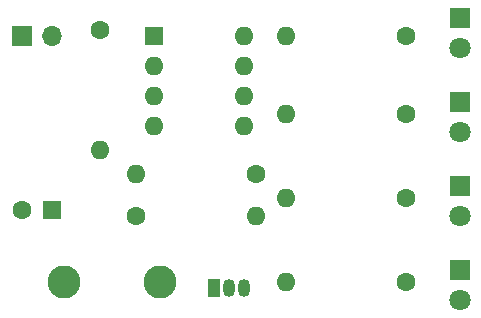
<source format=gbr>
G04 #@! TF.GenerationSoftware,KiCad,Pcbnew,(5.1.7)-1*
G04 #@! TF.CreationDate,2021-07-20T19:52:43-05:00*
G04 #@! TF.ProjectId,jfetTester,6a666574-5465-4737-9465-722e6b696361,rev?*
G04 #@! TF.SameCoordinates,Original*
G04 #@! TF.FileFunction,Soldermask,Top*
G04 #@! TF.FilePolarity,Negative*
%FSLAX46Y46*%
G04 Gerber Fmt 4.6, Leading zero omitted, Abs format (unit mm)*
G04 Created by KiCad (PCBNEW (5.1.7)-1) date 2021-07-20 19:52:43*
%MOMM*%
%LPD*%
G01*
G04 APERTURE LIST*
%ADD10R,1.700000X1.700000*%
%ADD11O,1.700000X1.700000*%
%ADD12R,1.600000X1.600000*%
%ADD13C,1.600000*%
%ADD14R,1.800000X1.800000*%
%ADD15C,1.800000*%
%ADD16O,1.050000X1.500000*%
%ADD17R,1.050000X1.500000*%
%ADD18O,1.600000X1.600000*%
%ADD19C,2.800000*%
G04 APERTURE END LIST*
D10*
G04 #@! TO.C,BT1*
X116840000Y-79248000D03*
D11*
X119380000Y-79248000D03*
G04 #@! TD*
D12*
G04 #@! TO.C,C1*
X119380000Y-93980000D03*
D13*
X116880000Y-93980000D03*
G04 #@! TD*
D14*
G04 #@! TO.C,D1*
X153924000Y-77724000D03*
D15*
X153924000Y-80264000D03*
G04 #@! TD*
G04 #@! TO.C,D2*
X153924000Y-87376000D03*
D14*
X153924000Y-84836000D03*
G04 #@! TD*
G04 #@! TO.C,D3*
X153924000Y-91948000D03*
D15*
X153924000Y-94488000D03*
G04 #@! TD*
G04 #@! TO.C,D4*
X153924000Y-101600000D03*
D14*
X153924000Y-99060000D03*
G04 #@! TD*
D16*
G04 #@! TO.C,Q1*
X134366000Y-100584000D03*
X135636000Y-100584000D03*
D17*
X133096000Y-100584000D03*
G04 #@! TD*
D18*
G04 #@! TO.C,R1*
X126492000Y-90932000D03*
D13*
X136652000Y-90932000D03*
G04 #@! TD*
G04 #@! TO.C,R2*
X126492000Y-94488000D03*
D18*
X136652000Y-94488000D03*
G04 #@! TD*
G04 #@! TO.C,R3*
X123444000Y-88900000D03*
D13*
X123444000Y-78740000D03*
G04 #@! TD*
G04 #@! TO.C,R4*
X149352000Y-79248000D03*
D18*
X139192000Y-79248000D03*
G04 #@! TD*
G04 #@! TO.C,R5*
X139192000Y-85852000D03*
D13*
X149352000Y-85852000D03*
G04 #@! TD*
G04 #@! TO.C,R6*
X149352000Y-92964000D03*
D18*
X139192000Y-92964000D03*
G04 #@! TD*
D13*
G04 #@! TO.C,R7*
X149352000Y-100076000D03*
D18*
X139192000Y-100076000D03*
G04 #@! TD*
D19*
G04 #@! TO.C,TP1*
X120396000Y-100076000D03*
G04 #@! TD*
G04 #@! TO.C,TP2*
X128524000Y-100076000D03*
G04 #@! TD*
D12*
G04 #@! TO.C,U1*
X128016000Y-79248000D03*
D18*
X135636000Y-86868000D03*
X128016000Y-81788000D03*
X135636000Y-84328000D03*
X128016000Y-84328000D03*
X135636000Y-81788000D03*
X128016000Y-86868000D03*
X135636000Y-79248000D03*
G04 #@! TD*
M02*

</source>
